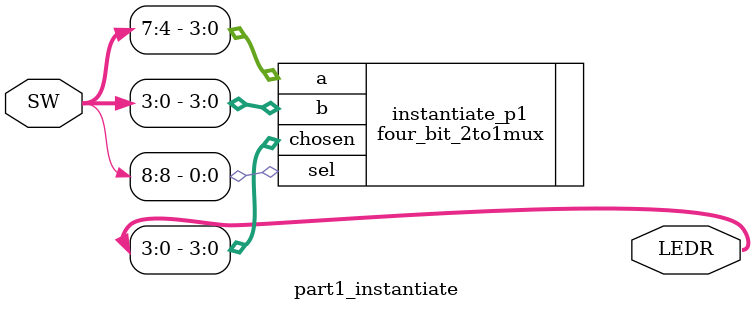
<source format=v>
module part1_instantiate(SW,LEDR);

	input[9:0] SW; 
	output [9:0] LEDR;
	four_bit_2to1mux instantiate_p1 (.sel(SW[8]),.a(SW[7:4]),.b(SW[3:0]),.chosen(LEDR[3:0]));
	
endmodule
</source>
